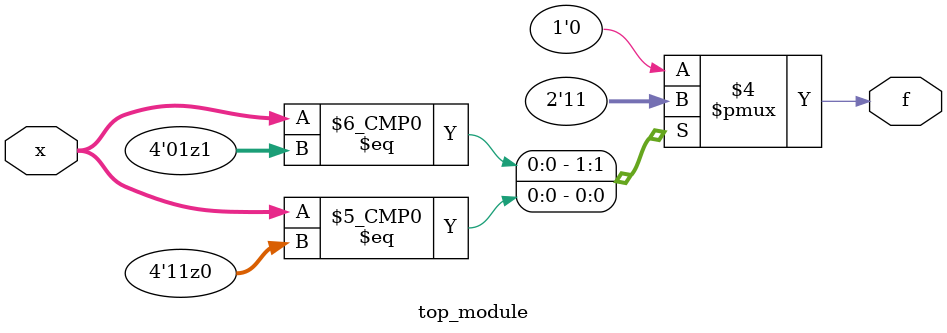
<source format=sv>
module top_module (
	input [4:1] x,
	output logic f
);

	always_comb begin
		f = 1'b0;
		
		case (x)
			4'b01?0: f = 1'b0;
			4'b01?1: f = 1'b1;
			4'b0101: f = 1'b1;
			4'b011?: f = 1'b1;
			4'b11?0: f = 1'b1;
			4'b1100: f = 1'b1;
			4'b11?1: f = 1'b0;
			default: f = 1'b0;
		endcase
	end
endmodule

</source>
